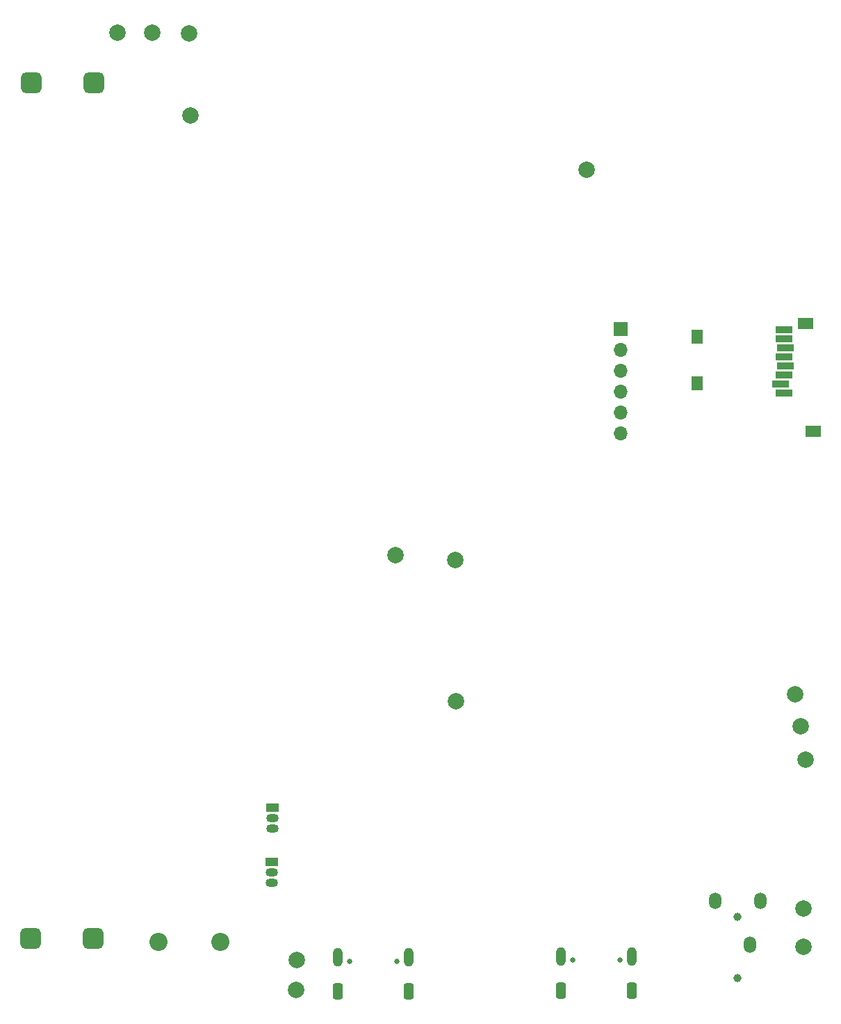
<source format=gbr>
%TF.GenerationSoftware,KiCad,Pcbnew,8.0.4*%
%TF.CreationDate,2025-01-31T21:40:56-05:00*%
%TF.ProjectId,Radiation,52616469-6174-4696-9f6e-2e6b69636164,rev?*%
%TF.SameCoordinates,Original*%
%TF.FileFunction,Soldermask,Bot*%
%TF.FilePolarity,Negative*%
%FSLAX46Y46*%
G04 Gerber Fmt 4.6, Leading zero omitted, Abs format (unit mm)*
G04 Created by KiCad (PCBNEW 8.0.4) date 2025-01-31 21:40:56*
%MOMM*%
%LPD*%
G01*
G04 APERTURE LIST*
G04 Aperture macros list*
%AMRoundRect*
0 Rectangle with rounded corners*
0 $1 Rounding radius*
0 $2 $3 $4 $5 $6 $7 $8 $9 X,Y pos of 4 corners*
0 Add a 4 corners polygon primitive as box body*
4,1,4,$2,$3,$4,$5,$6,$7,$8,$9,$2,$3,0*
0 Add four circle primitives for the rounded corners*
1,1,$1+$1,$2,$3*
1,1,$1+$1,$4,$5*
1,1,$1+$1,$6,$7*
1,1,$1+$1,$8,$9*
0 Add four rect primitives between the rounded corners*
20,1,$1+$1,$2,$3,$4,$5,0*
20,1,$1+$1,$4,$5,$6,$7,0*
20,1,$1+$1,$6,$7,$8,$9,0*
20,1,$1+$1,$8,$9,$2,$3,0*%
G04 Aperture macros list end*
%ADD10R,2.006600X0.812800*%
%ADD11R,1.397000X1.803400*%
%ADD12R,1.905000X1.397000*%
%ADD13C,0.650000*%
%ADD14O,1.204000X2.304000*%
%ADD15RoundRect,0.301000X-0.301000X-0.701000X0.301000X-0.701000X0.301000X0.701000X-0.301000X0.701000X0*%
%ADD16C,0.990600*%
%ADD17O,1.498600X2.006600*%
%ADD18C,2.000000*%
%ADD19R,1.500000X1.050000*%
%ADD20O,1.500000X1.050000*%
%ADD21RoundRect,0.635000X0.635000X-0.635000X0.635000X0.635000X-0.635000X0.635000X-0.635000X-0.635000X0*%
%ADD22R,1.700000X1.700000*%
%ADD23O,1.700000X1.700000*%
%ADD24C,2.204000*%
G04 APERTURE END LIST*
D10*
%TO.C,J4*%
X133428401Y-111400000D03*
X133028402Y-110299926D03*
X133428401Y-109200000D03*
X133628401Y-108099999D03*
X133428401Y-106999999D03*
X133628401Y-105899999D03*
X133428401Y-104799998D03*
X133428401Y-103699998D03*
D11*
X122878399Y-104509999D03*
X122878399Y-110210000D03*
D12*
X136028401Y-102909999D03*
X137028401Y-116060001D03*
%TD*%
D13*
%TO.C,J1*%
X107710000Y-180420000D03*
X113490000Y-180420000D03*
D14*
X106280000Y-179920000D03*
X114920000Y-179920000D03*
D15*
X106280000Y-184100000D03*
X114920000Y-184100000D03*
%TD*%
D16*
%TO.C,J3*%
X127800000Y-182600000D03*
X127800000Y-175100000D03*
D17*
X129300124Y-178500000D03*
X125049942Y-173199998D03*
X130549941Y-173199998D03*
%TD*%
D13*
%TO.C,J2*%
X80532500Y-180520000D03*
X86312500Y-180520000D03*
D14*
X79102500Y-180020000D03*
X87742500Y-180020000D03*
D15*
X79102500Y-184200000D03*
X87742500Y-184200000D03*
%TD*%
D18*
%TO.C,3.3V1*%
X86100000Y-131100000D03*
%TD*%
D19*
%TO.C,Q2*%
X71040000Y-168430000D03*
D20*
X71040000Y-169700000D03*
X71040000Y-170970000D03*
%TD*%
D18*
%TO.C,TP5*%
X61000000Y-67600000D03*
%TD*%
%TO.C,TP3*%
X56500000Y-67500000D03*
%TD*%
%TO.C,5V1*%
X93500000Y-148900000D03*
%TD*%
D21*
%TO.C,F1*%
X41642500Y-177727500D03*
X49262500Y-177727500D03*
X41737500Y-73577500D03*
X49357500Y-73577500D03*
%TD*%
D18*
%TO.C,HI-V1*%
X61100000Y-77600000D03*
%TD*%
%TO.C,TP8*%
X52200000Y-67500000D03*
%TD*%
%TO.C,LRCK*%
X134800000Y-148000000D03*
%TD*%
%TO.C,DOUT1*%
X135500000Y-151900000D03*
%TD*%
%TO.C,OUT R*%
X135800000Y-174100000D03*
%TD*%
%TO.C,VHIGH1*%
X93400000Y-131700000D03*
%TD*%
%TO.C,PWM1*%
X109400000Y-84200000D03*
%TD*%
D19*
%TO.C,Q3*%
X71115000Y-161860000D03*
D20*
X71115000Y-163130000D03*
X71115000Y-164400000D03*
%TD*%
D18*
%TO.C,OUT L*%
X135800000Y-178800000D03*
%TD*%
D22*
%TO.C,J5*%
X113500000Y-103560000D03*
D23*
X113500000Y-106100000D03*
X113500000Y-108640000D03*
X113500000Y-111180000D03*
X113500000Y-113720000D03*
X113500000Y-116260000D03*
%TD*%
D18*
%TO.C,VBUS1*%
X74000000Y-184037500D03*
%TD*%
%TO.C,STAT1*%
X74122500Y-180400000D03*
%TD*%
D24*
%TO.C,LS1*%
X64800000Y-178200000D03*
X57200000Y-178200000D03*
%TD*%
D18*
%TO.C,BCK*%
X136100000Y-156000000D03*
%TD*%
M02*

</source>
